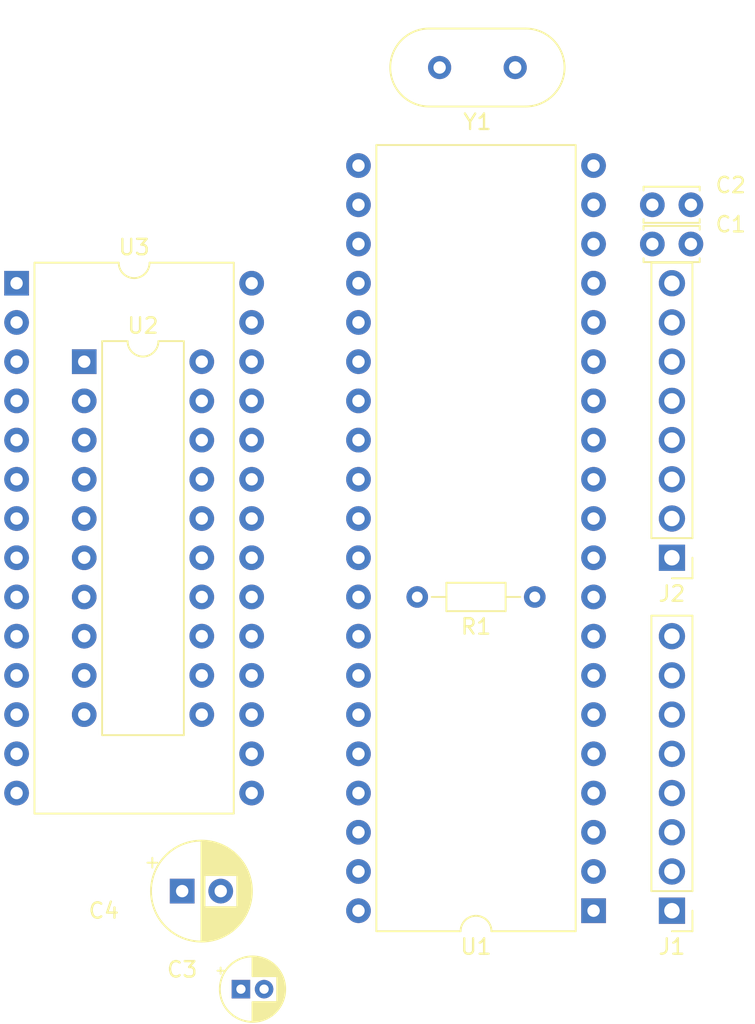
<source format=kicad_pcb>
(kicad_pcb (version 20171130) (host pcbnew "(5.0.1)-3")

  (general
    (thickness 1.6)
    (drawings 0)
    (tracks 0)
    (zones 0)
    (modules 11)
    (nets 50)
  )

  (page A4)
  (layers
    (0 F.Cu signal)
    (31 B.Cu signal)
    (32 B.Adhes user)
    (33 F.Adhes user)
    (34 B.Paste user)
    (35 F.Paste user)
    (36 B.SilkS user)
    (37 F.SilkS user)
    (38 B.Mask user)
    (39 F.Mask user)
    (40 Dwgs.User user)
    (41 Cmts.User user)
    (42 Eco1.User user)
    (43 Eco2.User user)
    (44 Edge.Cuts user)
    (45 Margin user)
    (46 B.CrtYd user)
    (47 F.CrtYd user)
    (48 B.Fab user)
    (49 F.Fab user)
  )

  (setup
    (last_trace_width 0.25)
    (trace_clearance 0.2)
    (zone_clearance 0.508)
    (zone_45_only no)
    (trace_min 0.2)
    (segment_width 0.2)
    (edge_width 0.15)
    (via_size 0.8)
    (via_drill 0.4)
    (via_min_size 0.4)
    (via_min_drill 0.3)
    (uvia_size 0.3)
    (uvia_drill 0.1)
    (uvias_allowed no)
    (uvia_min_size 0.2)
    (uvia_min_drill 0.1)
    (pcb_text_width 0.3)
    (pcb_text_size 1.5 1.5)
    (mod_edge_width 0.15)
    (mod_text_size 1 1)
    (mod_text_width 0.15)
    (pad_size 1.524 1.524)
    (pad_drill 0.762)
    (pad_to_mask_clearance 0.051)
    (solder_mask_min_width 0.25)
    (aux_axis_origin 0 0)
    (visible_elements FFFFFF7F)
    (pcbplotparams
      (layerselection 0x010fc_ffffffff)
      (usegerberextensions false)
      (usegerberattributes false)
      (usegerberadvancedattributes false)
      (creategerberjobfile false)
      (excludeedgelayer true)
      (linewidth 0.100000)
      (plotframeref false)
      (viasonmask false)
      (mode 1)
      (useauxorigin false)
      (hpglpennumber 1)
      (hpglpenspeed 20)
      (hpglpendiameter 15.000000)
      (psnegative false)
      (psa4output false)
      (plotreference true)
      (plotvalue true)
      (plotinvisibletext false)
      (padsonsilk false)
      (subtractmaskfromsilk false)
      (outputformat 1)
      (mirror false)
      (drillshape 1)
      (scaleselection 1)
      (outputdirectory ""))
  )

  (net 0 "")
  (net 1 "Net-(C1-Pad1)")
  (net 2 GND)
  (net 3 "Net-(C2-Pad1)")
  (net 4 VCC)
  (net 5 "Net-(C3-Pad2)")
  (net 6 "Net-(J1-Pad1)")
  (net 7 "Net-(J1-Pad2)")
  (net 8 "Net-(J1-Pad3)")
  (net 9 "Net-(J1-Pad4)")
  (net 10 "Net-(J1-Pad5)")
  (net 11 "Net-(J1-Pad6)")
  (net 12 "Net-(J1-Pad7)")
  (net 13 "Net-(J1-Pad8)")
  (net 14 "Net-(J2-Pad8)")
  (net 15 "Net-(J2-Pad7)")
  (net 16 "Net-(J2-Pad6)")
  (net 17 "Net-(J2-Pad5)")
  (net 18 "Net-(J2-Pad4)")
  (net 19 "Net-(J2-Pad3)")
  (net 20 "Net-(J2-Pad2)")
  (net 21 "Net-(J2-Pad1)")
  (net 22 A8)
  (net 23 A9)
  (net 24 A10)
  (net 25 A11)
  (net 26 A12)
  (net 27 A13)
  (net 28 "Net-(U1-Pad27)")
  (net 29 "Net-(U1-Pad28)")
  (net 30 PSEN)
  (net 31 ALE)
  (net 32 DB7)
  (net 33 DB6)
  (net 34 DB5)
  (net 35 DB4)
  (net 36 DB3)
  (net 37 DB2)
  (net 38 DB1)
  (net 39 DB0)
  (net 40 A6)
  (net 41 A7)
  (net 42 A3)
  (net 43 A1)
  (net 44 A2)
  (net 45 A4)
  (net 46 A0)
  (net 47 A5)
  (net 48 "Net-(U3-Pad1)")
  (net 49 "Net-(U3-Pad27)")

  (net_class Default 这是默认网络组.
    (clearance 0.2)
    (trace_width 0.25)
    (via_dia 0.8)
    (via_drill 0.4)
    (uvia_dia 0.3)
    (uvia_drill 0.1)
    (add_net A0)
    (add_net A1)
    (add_net A10)
    (add_net A11)
    (add_net A12)
    (add_net A13)
    (add_net A2)
    (add_net A3)
    (add_net A4)
    (add_net A5)
    (add_net A6)
    (add_net A7)
    (add_net A8)
    (add_net A9)
    (add_net ALE)
    (add_net DB0)
    (add_net DB1)
    (add_net DB2)
    (add_net DB3)
    (add_net DB4)
    (add_net DB5)
    (add_net DB6)
    (add_net DB7)
    (add_net GND)
    (add_net "Net-(C1-Pad1)")
    (add_net "Net-(C2-Pad1)")
    (add_net "Net-(C3-Pad2)")
    (add_net "Net-(J1-Pad1)")
    (add_net "Net-(J1-Pad2)")
    (add_net "Net-(J1-Pad3)")
    (add_net "Net-(J1-Pad4)")
    (add_net "Net-(J1-Pad5)")
    (add_net "Net-(J1-Pad6)")
    (add_net "Net-(J1-Pad7)")
    (add_net "Net-(J1-Pad8)")
    (add_net "Net-(J2-Pad1)")
    (add_net "Net-(J2-Pad2)")
    (add_net "Net-(J2-Pad3)")
    (add_net "Net-(J2-Pad4)")
    (add_net "Net-(J2-Pad5)")
    (add_net "Net-(J2-Pad6)")
    (add_net "Net-(J2-Pad7)")
    (add_net "Net-(J2-Pad8)")
    (add_net "Net-(U1-Pad27)")
    (add_net "Net-(U1-Pad28)")
    (add_net "Net-(U3-Pad1)")
    (add_net "Net-(U3-Pad27)")
    (add_net PSEN)
    (add_net VCC)
  )

  (module Capacitor_THT:C_Disc_D3.4mm_W2.1mm_P2.50mm (layer F.Cu) (tedit 62CD72C7) (tstamp 62D9E746)
    (at 180.34 62.23)
    (descr "C, Disc series, Radial, pin pitch=2.50mm, , diameter*width=3.4*2.1mm^2, Capacitor, http://www.vishay.com/docs/45233/krseries.pdf")
    (tags "C Disc series Radial pin pitch 2.50mm  diameter 3.4mm width 2.1mm Capacitor")
    (path /62CFB74C)
    (fp_text reference C1 (at 5.08 -1.27) (layer F.SilkS)
      (effects (font (size 1 1) (thickness 0.15)))
    )
    (fp_text value 30P (at 5.08 0) (layer F.Fab)
      (effects (font (size 1 1) (thickness 0.15)))
    )
    (fp_line (start -0.45 -1.05) (end -0.45 1.05) (layer F.Fab) (width 0.1))
    (fp_line (start -0.45 1.05) (end 2.95 1.05) (layer F.Fab) (width 0.1))
    (fp_line (start 2.95 1.05) (end 2.95 -1.05) (layer F.Fab) (width 0.1))
    (fp_line (start 2.95 -1.05) (end -0.45 -1.05) (layer F.Fab) (width 0.1))
    (fp_line (start -0.57 -1.17) (end 3.07 -1.17) (layer F.SilkS) (width 0.12))
    (fp_line (start -0.57 1.17) (end 3.07 1.17) (layer F.SilkS) (width 0.12))
    (fp_line (start -0.57 -1.17) (end -0.57 -0.925) (layer F.SilkS) (width 0.12))
    (fp_line (start -0.57 0.925) (end -0.57 1.17) (layer F.SilkS) (width 0.12))
    (fp_line (start 3.07 -1.17) (end 3.07 -0.925) (layer F.SilkS) (width 0.12))
    (fp_line (start 3.07 0.925) (end 3.07 1.17) (layer F.SilkS) (width 0.12))
    (fp_line (start -1.05 -1.3) (end -1.05 1.3) (layer F.CrtYd) (width 0.05))
    (fp_line (start -1.05 1.3) (end 3.55 1.3) (layer F.CrtYd) (width 0.05))
    (fp_line (start 3.55 1.3) (end 3.55 -1.3) (layer F.CrtYd) (width 0.05))
    (fp_line (start 3.55 -1.3) (end -1.05 -1.3) (layer F.CrtYd) (width 0.05))
    (fp_text user %R (at 1.25 0) (layer F.Fab) hide
      (effects (font (size 0.68 0.68) (thickness 0.102)))
    )
    (pad 1 thru_hole circle (at 0 0) (size 1.6 1.6) (drill 0.8) (layers *.Cu *.Mask)
      (net 1 "Net-(C1-Pad1)"))
    (pad 2 thru_hole circle (at 2.5 0) (size 1.6 1.6) (drill 0.8) (layers *.Cu *.Mask)
      (net 2 GND))
    (model ${KISYS3DMOD}/Capacitor_THT.3dshapes/C_Disc_D3.4mm_W2.1mm_P2.50mm.wrl
      (at (xyz 0 0 0))
      (scale (xyz 1 1 1))
      (rotate (xyz 0 0 0))
    )
  )

  (module Capacitor_THT:C_Disc_D3.4mm_W2.1mm_P2.50mm (layer F.Cu) (tedit 62CD72B4) (tstamp 62D9E75B)
    (at 180.34 59.69)
    (descr "C, Disc series, Radial, pin pitch=2.50mm, , diameter*width=3.4*2.1mm^2, Capacitor, http://www.vishay.com/docs/45233/krseries.pdf")
    (tags "C Disc series Radial pin pitch 2.50mm  diameter 3.4mm width 2.1mm Capacitor")
    (path /62CFB7BD)
    (fp_text reference C2 (at 5.08 -1.27) (layer F.SilkS)
      (effects (font (size 1 1) (thickness 0.15)))
    )
    (fp_text value 30P (at 5.08 0) (layer F.Fab)
      (effects (font (size 1 1) (thickness 0.15)))
    )
    (fp_text user %R (at 1.25 0) (layer F.Fab) hide
      (effects (font (size 0.68 0.68) (thickness 0.102)))
    )
    (fp_line (start 3.55 -1.3) (end -1.05 -1.3) (layer F.CrtYd) (width 0.05))
    (fp_line (start 3.55 1.3) (end 3.55 -1.3) (layer F.CrtYd) (width 0.05))
    (fp_line (start -1.05 1.3) (end 3.55 1.3) (layer F.CrtYd) (width 0.05))
    (fp_line (start -1.05 -1.3) (end -1.05 1.3) (layer F.CrtYd) (width 0.05))
    (fp_line (start 3.07 0.925) (end 3.07 1.17) (layer F.SilkS) (width 0.12))
    (fp_line (start 3.07 -1.17) (end 3.07 -0.925) (layer F.SilkS) (width 0.12))
    (fp_line (start -0.57 0.925) (end -0.57 1.17) (layer F.SilkS) (width 0.12))
    (fp_line (start -0.57 -1.17) (end -0.57 -0.925) (layer F.SilkS) (width 0.12))
    (fp_line (start -0.57 1.17) (end 3.07 1.17) (layer F.SilkS) (width 0.12))
    (fp_line (start -0.57 -1.17) (end 3.07 -1.17) (layer F.SilkS) (width 0.12))
    (fp_line (start 2.95 -1.05) (end -0.45 -1.05) (layer F.Fab) (width 0.1))
    (fp_line (start 2.95 1.05) (end 2.95 -1.05) (layer F.Fab) (width 0.1))
    (fp_line (start -0.45 1.05) (end 2.95 1.05) (layer F.Fab) (width 0.1))
    (fp_line (start -0.45 -1.05) (end -0.45 1.05) (layer F.Fab) (width 0.1))
    (pad 2 thru_hole circle (at 2.5 0) (size 1.6 1.6) (drill 0.8) (layers *.Cu *.Mask)
      (net 2 GND))
    (pad 1 thru_hole circle (at 0 0) (size 1.6 1.6) (drill 0.8) (layers *.Cu *.Mask)
      (net 3 "Net-(C2-Pad1)"))
    (model ${KISYS3DMOD}/Capacitor_THT.3dshapes/C_Disc_D3.4mm_W2.1mm_P2.50mm.wrl
      (at (xyz 0 0 0))
      (scale (xyz 1 1 1))
      (rotate (xyz 0 0 0))
    )
  )

  (module Capacitor_THT:CP_Radial_D4.0mm_P1.50mm (layer F.Cu) (tedit 5AE50EF0) (tstamp 62D9FBC1)
    (at 153.67 110.49)
    (descr "CP, Radial series, Radial, pin pitch=1.50mm, , diameter=4mm, Electrolytic Capacitor")
    (tags "CP Radial series Radial pin pitch 1.50mm  diameter 4mm Electrolytic Capacitor")
    (path /62D1A95E)
    (fp_text reference C3 (at -3.81 -1.27) (layer F.SilkS)
      (effects (font (size 1 1) (thickness 0.15)))
    )
    (fp_text value 10U (at -3.81 1.27) (layer F.Fab)
      (effects (font (size 1 1) (thickness 0.15)))
    )
    (fp_circle (center 0.75 0) (end 2.75 0) (layer F.Fab) (width 0.1))
    (fp_circle (center 0.75 0) (end 2.87 0) (layer F.SilkS) (width 0.12))
    (fp_circle (center 0.75 0) (end 3 0) (layer F.CrtYd) (width 0.05))
    (fp_line (start -0.952554 -0.8675) (end -0.552554 -0.8675) (layer F.Fab) (width 0.1))
    (fp_line (start -0.752554 -1.0675) (end -0.752554 -0.6675) (layer F.Fab) (width 0.1))
    (fp_line (start 0.75 0.84) (end 0.75 2.08) (layer F.SilkS) (width 0.12))
    (fp_line (start 0.75 -2.08) (end 0.75 -0.84) (layer F.SilkS) (width 0.12))
    (fp_line (start 0.79 0.84) (end 0.79 2.08) (layer F.SilkS) (width 0.12))
    (fp_line (start 0.79 -2.08) (end 0.79 -0.84) (layer F.SilkS) (width 0.12))
    (fp_line (start 0.83 0.84) (end 0.83 2.079) (layer F.SilkS) (width 0.12))
    (fp_line (start 0.83 -2.079) (end 0.83 -0.84) (layer F.SilkS) (width 0.12))
    (fp_line (start 0.87 -2.077) (end 0.87 -0.84) (layer F.SilkS) (width 0.12))
    (fp_line (start 0.87 0.84) (end 0.87 2.077) (layer F.SilkS) (width 0.12))
    (fp_line (start 0.91 -2.074) (end 0.91 -0.84) (layer F.SilkS) (width 0.12))
    (fp_line (start 0.91 0.84) (end 0.91 2.074) (layer F.SilkS) (width 0.12))
    (fp_line (start 0.95 -2.071) (end 0.95 -0.84) (layer F.SilkS) (width 0.12))
    (fp_line (start 0.95 0.84) (end 0.95 2.071) (layer F.SilkS) (width 0.12))
    (fp_line (start 0.99 -2.067) (end 0.99 -0.84) (layer F.SilkS) (width 0.12))
    (fp_line (start 0.99 0.84) (end 0.99 2.067) (layer F.SilkS) (width 0.12))
    (fp_line (start 1.03 -2.062) (end 1.03 -0.84) (layer F.SilkS) (width 0.12))
    (fp_line (start 1.03 0.84) (end 1.03 2.062) (layer F.SilkS) (width 0.12))
    (fp_line (start 1.07 -2.056) (end 1.07 -0.84) (layer F.SilkS) (width 0.12))
    (fp_line (start 1.07 0.84) (end 1.07 2.056) (layer F.SilkS) (width 0.12))
    (fp_line (start 1.11 -2.05) (end 1.11 -0.84) (layer F.SilkS) (width 0.12))
    (fp_line (start 1.11 0.84) (end 1.11 2.05) (layer F.SilkS) (width 0.12))
    (fp_line (start 1.15 -2.042) (end 1.15 -0.84) (layer F.SilkS) (width 0.12))
    (fp_line (start 1.15 0.84) (end 1.15 2.042) (layer F.SilkS) (width 0.12))
    (fp_line (start 1.19 -2.034) (end 1.19 -0.84) (layer F.SilkS) (width 0.12))
    (fp_line (start 1.19 0.84) (end 1.19 2.034) (layer F.SilkS) (width 0.12))
    (fp_line (start 1.23 -2.025) (end 1.23 -0.84) (layer F.SilkS) (width 0.12))
    (fp_line (start 1.23 0.84) (end 1.23 2.025) (layer F.SilkS) (width 0.12))
    (fp_line (start 1.27 -2.016) (end 1.27 -0.84) (layer F.SilkS) (width 0.12))
    (fp_line (start 1.27 0.84) (end 1.27 2.016) (layer F.SilkS) (width 0.12))
    (fp_line (start 1.31 -2.005) (end 1.31 -0.84) (layer F.SilkS) (width 0.12))
    (fp_line (start 1.31 0.84) (end 1.31 2.005) (layer F.SilkS) (width 0.12))
    (fp_line (start 1.35 -1.994) (end 1.35 -0.84) (layer F.SilkS) (width 0.12))
    (fp_line (start 1.35 0.84) (end 1.35 1.994) (layer F.SilkS) (width 0.12))
    (fp_line (start 1.39 -1.982) (end 1.39 -0.84) (layer F.SilkS) (width 0.12))
    (fp_line (start 1.39 0.84) (end 1.39 1.982) (layer F.SilkS) (width 0.12))
    (fp_line (start 1.43 -1.968) (end 1.43 -0.84) (layer F.SilkS) (width 0.12))
    (fp_line (start 1.43 0.84) (end 1.43 1.968) (layer F.SilkS) (width 0.12))
    (fp_line (start 1.471 -1.954) (end 1.471 -0.84) (layer F.SilkS) (width 0.12))
    (fp_line (start 1.471 0.84) (end 1.471 1.954) (layer F.SilkS) (width 0.12))
    (fp_line (start 1.511 -1.94) (end 1.511 -0.84) (layer F.SilkS) (width 0.12))
    (fp_line (start 1.511 0.84) (end 1.511 1.94) (layer F.SilkS) (width 0.12))
    (fp_line (start 1.551 -1.924) (end 1.551 -0.84) (layer F.SilkS) (width 0.12))
    (fp_line (start 1.551 0.84) (end 1.551 1.924) (layer F.SilkS) (width 0.12))
    (fp_line (start 1.591 -1.907) (end 1.591 -0.84) (layer F.SilkS) (width 0.12))
    (fp_line (start 1.591 0.84) (end 1.591 1.907) (layer F.SilkS) (width 0.12))
    (fp_line (start 1.631 -1.889) (end 1.631 -0.84) (layer F.SilkS) (width 0.12))
    (fp_line (start 1.631 0.84) (end 1.631 1.889) (layer F.SilkS) (width 0.12))
    (fp_line (start 1.671 -1.87) (end 1.671 -0.84) (layer F.SilkS) (width 0.12))
    (fp_line (start 1.671 0.84) (end 1.671 1.87) (layer F.SilkS) (width 0.12))
    (fp_line (start 1.711 -1.851) (end 1.711 -0.84) (layer F.SilkS) (width 0.12))
    (fp_line (start 1.711 0.84) (end 1.711 1.851) (layer F.SilkS) (width 0.12))
    (fp_line (start 1.751 -1.83) (end 1.751 -0.84) (layer F.SilkS) (width 0.12))
    (fp_line (start 1.751 0.84) (end 1.751 1.83) (layer F.SilkS) (width 0.12))
    (fp_line (start 1.791 -1.808) (end 1.791 -0.84) (layer F.SilkS) (width 0.12))
    (fp_line (start 1.791 0.84) (end 1.791 1.808) (layer F.SilkS) (width 0.12))
    (fp_line (start 1.831 -1.785) (end 1.831 -0.84) (layer F.SilkS) (width 0.12))
    (fp_line (start 1.831 0.84) (end 1.831 1.785) (layer F.SilkS) (width 0.12))
    (fp_line (start 1.871 -1.76) (end 1.871 -0.84) (layer F.SilkS) (width 0.12))
    (fp_line (start 1.871 0.84) (end 1.871 1.76) (layer F.SilkS) (width 0.12))
    (fp_line (start 1.911 -1.735) (end 1.911 -0.84) (layer F.SilkS) (width 0.12))
    (fp_line (start 1.911 0.84) (end 1.911 1.735) (layer F.SilkS) (width 0.12))
    (fp_line (start 1.951 -1.708) (end 1.951 -0.84) (layer F.SilkS) (width 0.12))
    (fp_line (start 1.951 0.84) (end 1.951 1.708) (layer F.SilkS) (width 0.12))
    (fp_line (start 1.991 -1.68) (end 1.991 -0.84) (layer F.SilkS) (width 0.12))
    (fp_line (start 1.991 0.84) (end 1.991 1.68) (layer F.SilkS) (width 0.12))
    (fp_line (start 2.031 -1.65) (end 2.031 -0.84) (layer F.SilkS) (width 0.12))
    (fp_line (start 2.031 0.84) (end 2.031 1.65) (layer F.SilkS) (width 0.12))
    (fp_line (start 2.071 -1.619) (end 2.071 -0.84) (layer F.SilkS) (width 0.12))
    (fp_line (start 2.071 0.84) (end 2.071 1.619) (layer F.SilkS) (width 0.12))
    (fp_line (start 2.111 -1.587) (end 2.111 -0.84) (layer F.SilkS) (width 0.12))
    (fp_line (start 2.111 0.84) (end 2.111 1.587) (layer F.SilkS) (width 0.12))
    (fp_line (start 2.151 -1.552) (end 2.151 -0.84) (layer F.SilkS) (width 0.12))
    (fp_line (start 2.151 0.84) (end 2.151 1.552) (layer F.SilkS) (width 0.12))
    (fp_line (start 2.191 -1.516) (end 2.191 -0.84) (layer F.SilkS) (width 0.12))
    (fp_line (start 2.191 0.84) (end 2.191 1.516) (layer F.SilkS) (width 0.12))
    (fp_line (start 2.231 -1.478) (end 2.231 -0.84) (layer F.SilkS) (width 0.12))
    (fp_line (start 2.231 0.84) (end 2.231 1.478) (layer F.SilkS) (width 0.12))
    (fp_line (start 2.271 -1.438) (end 2.271 -0.84) (layer F.SilkS) (width 0.12))
    (fp_line (start 2.271 0.84) (end 2.271 1.438) (layer F.SilkS) (width 0.12))
    (fp_line (start 2.311 -1.396) (end 2.311 -0.84) (layer F.SilkS) (width 0.12))
    (fp_line (start 2.311 0.84) (end 2.311 1.396) (layer F.SilkS) (width 0.12))
    (fp_line (start 2.351 -1.351) (end 2.351 1.351) (layer F.SilkS) (width 0.12))
    (fp_line (start 2.391 -1.304) (end 2.391 1.304) (layer F.SilkS) (width 0.12))
    (fp_line (start 2.431 -1.254) (end 2.431 1.254) (layer F.SilkS) (width 0.12))
    (fp_line (start 2.471 -1.2) (end 2.471 1.2) (layer F.SilkS) (width 0.12))
    (fp_line (start 2.511 -1.142) (end 2.511 1.142) (layer F.SilkS) (width 0.12))
    (fp_line (start 2.551 -1.08) (end 2.551 1.08) (layer F.SilkS) (width 0.12))
    (fp_line (start 2.591 -1.013) (end 2.591 1.013) (layer F.SilkS) (width 0.12))
    (fp_line (start 2.631 -0.94) (end 2.631 0.94) (layer F.SilkS) (width 0.12))
    (fp_line (start 2.671 -0.859) (end 2.671 0.859) (layer F.SilkS) (width 0.12))
    (fp_line (start 2.711 -0.768) (end 2.711 0.768) (layer F.SilkS) (width 0.12))
    (fp_line (start 2.751 -0.664) (end 2.751 0.664) (layer F.SilkS) (width 0.12))
    (fp_line (start 2.791 -0.537) (end 2.791 0.537) (layer F.SilkS) (width 0.12))
    (fp_line (start 2.831 -0.37) (end 2.831 0.37) (layer F.SilkS) (width 0.12))
    (fp_line (start -1.519801 -1.195) (end -1.119801 -1.195) (layer F.SilkS) (width 0.12))
    (fp_line (start -1.319801 -1.395) (end -1.319801 -0.995) (layer F.SilkS) (width 0.12))
    (fp_text user %R (at 0.75 0) (layer F.Fab)
      (effects (font (size 0.8 0.8) (thickness 0.12)))
    )
    (pad 1 thru_hole rect (at 0 0) (size 1.2 1.2) (drill 0.6) (layers *.Cu *.Mask)
      (net 4 VCC))
    (pad 2 thru_hole circle (at 1.5 0) (size 1.2 1.2) (drill 0.6) (layers *.Cu *.Mask)
      (net 5 "Net-(C3-Pad2)"))
    (model ${KISYS3DMOD}/Capacitor_THT.3dshapes/CP_Radial_D4.0mm_P1.50mm.wrl
      (at (xyz 0 0 0))
      (scale (xyz 1 1 1))
      (rotate (xyz 0 0 0))
    )
  )

  (module Capacitor_THT:CP_Radial_D6.3mm_P2.50mm (layer F.Cu) (tedit 5AE50EF0) (tstamp 62D9E85A)
    (at 149.86 104.14)
    (descr "CP, Radial series, Radial, pin pitch=2.50mm, , diameter=6.3mm, Electrolytic Capacitor")
    (tags "CP Radial series Radial pin pitch 2.50mm  diameter 6.3mm Electrolytic Capacitor")
    (path /62D25DD0)
    (fp_text reference C4 (at -5.08 1.27) (layer F.SilkS)
      (effects (font (size 1 1) (thickness 0.15)))
    )
    (fp_text value 100U (at -5.08 0) (layer F.Fab)
      (effects (font (size 1 1) (thickness 0.15)))
    )
    (fp_circle (center 1.25 0) (end 4.4 0) (layer F.Fab) (width 0.1))
    (fp_circle (center 1.25 0) (end 4.52 0) (layer F.SilkS) (width 0.12))
    (fp_circle (center 1.25 0) (end 4.65 0) (layer F.CrtYd) (width 0.05))
    (fp_line (start -1.443972 -1.3735) (end -0.813972 -1.3735) (layer F.Fab) (width 0.1))
    (fp_line (start -1.128972 -1.6885) (end -1.128972 -1.0585) (layer F.Fab) (width 0.1))
    (fp_line (start 1.25 -3.23) (end 1.25 3.23) (layer F.SilkS) (width 0.12))
    (fp_line (start 1.29 -3.23) (end 1.29 3.23) (layer F.SilkS) (width 0.12))
    (fp_line (start 1.33 -3.23) (end 1.33 3.23) (layer F.SilkS) (width 0.12))
    (fp_line (start 1.37 -3.228) (end 1.37 3.228) (layer F.SilkS) (width 0.12))
    (fp_line (start 1.41 -3.227) (end 1.41 3.227) (layer F.SilkS) (width 0.12))
    (fp_line (start 1.45 -3.224) (end 1.45 3.224) (layer F.SilkS) (width 0.12))
    (fp_line (start 1.49 -3.222) (end 1.49 -1.04) (layer F.SilkS) (width 0.12))
    (fp_line (start 1.49 1.04) (end 1.49 3.222) (layer F.SilkS) (width 0.12))
    (fp_line (start 1.53 -3.218) (end 1.53 -1.04) (layer F.SilkS) (width 0.12))
    (fp_line (start 1.53 1.04) (end 1.53 3.218) (layer F.SilkS) (width 0.12))
    (fp_line (start 1.57 -3.215) (end 1.57 -1.04) (layer F.SilkS) (width 0.12))
    (fp_line (start 1.57 1.04) (end 1.57 3.215) (layer F.SilkS) (width 0.12))
    (fp_line (start 1.61 -3.211) (end 1.61 -1.04) (layer F.SilkS) (width 0.12))
    (fp_line (start 1.61 1.04) (end 1.61 3.211) (layer F.SilkS) (width 0.12))
    (fp_line (start 1.65 -3.206) (end 1.65 -1.04) (layer F.SilkS) (width 0.12))
    (fp_line (start 1.65 1.04) (end 1.65 3.206) (layer F.SilkS) (width 0.12))
    (fp_line (start 1.69 -3.201) (end 1.69 -1.04) (layer F.SilkS) (width 0.12))
    (fp_line (start 1.69 1.04) (end 1.69 3.201) (layer F.SilkS) (width 0.12))
    (fp_line (start 1.73 -3.195) (end 1.73 -1.04) (layer F.SilkS) (width 0.12))
    (fp_line (start 1.73 1.04) (end 1.73 3.195) (layer F.SilkS) (width 0.12))
    (fp_line (start 1.77 -3.189) (end 1.77 -1.04) (layer F.SilkS) (width 0.12))
    (fp_line (start 1.77 1.04) (end 1.77 3.189) (layer F.SilkS) (width 0.12))
    (fp_line (start 1.81 -3.182) (end 1.81 -1.04) (layer F.SilkS) (width 0.12))
    (fp_line (start 1.81 1.04) (end 1.81 3.182) (layer F.SilkS) (width 0.12))
    (fp_line (start 1.85 -3.175) (end 1.85 -1.04) (layer F.SilkS) (width 0.12))
    (fp_line (start 1.85 1.04) (end 1.85 3.175) (layer F.SilkS) (width 0.12))
    (fp_line (start 1.89 -3.167) (end 1.89 -1.04) (layer F.SilkS) (width 0.12))
    (fp_line (start 1.89 1.04) (end 1.89 3.167) (layer F.SilkS) (width 0.12))
    (fp_line (start 1.93 -3.159) (end 1.93 -1.04) (layer F.SilkS) (width 0.12))
    (fp_line (start 1.93 1.04) (end 1.93 3.159) (layer F.SilkS) (width 0.12))
    (fp_line (start 1.971 -3.15) (end 1.971 -1.04) (layer F.SilkS) (width 0.12))
    (fp_line (start 1.971 1.04) (end 1.971 3.15) (layer F.SilkS) (width 0.12))
    (fp_line (start 2.011 -3.141) (end 2.011 -1.04) (layer F.SilkS) (width 0.12))
    (fp_line (start 2.011 1.04) (end 2.011 3.141) (layer F.SilkS) (width 0.12))
    (fp_line (start 2.051 -3.131) (end 2.051 -1.04) (layer F.SilkS) (width 0.12))
    (fp_line (start 2.051 1.04) (end 2.051 3.131) (layer F.SilkS) (width 0.12))
    (fp_line (start 2.091 -3.121) (end 2.091 -1.04) (layer F.SilkS) (width 0.12))
    (fp_line (start 2.091 1.04) (end 2.091 3.121) (layer F.SilkS) (width 0.12))
    (fp_line (start 2.131 -3.11) (end 2.131 -1.04) (layer F.SilkS) (width 0.12))
    (fp_line (start 2.131 1.04) (end 2.131 3.11) (layer F.SilkS) (width 0.12))
    (fp_line (start 2.171 -3.098) (end 2.171 -1.04) (layer F.SilkS) (width 0.12))
    (fp_line (start 2.171 1.04) (end 2.171 3.098) (layer F.SilkS) (width 0.12))
    (fp_line (start 2.211 -3.086) (end 2.211 -1.04) (layer F.SilkS) (width 0.12))
    (fp_line (start 2.211 1.04) (end 2.211 3.086) (layer F.SilkS) (width 0.12))
    (fp_line (start 2.251 -3.074) (end 2.251 -1.04) (layer F.SilkS) (width 0.12))
    (fp_line (start 2.251 1.04) (end 2.251 3.074) (layer F.SilkS) (width 0.12))
    (fp_line (start 2.291 -3.061) (end 2.291 -1.04) (layer F.SilkS) (width 0.12))
    (fp_line (start 2.291 1.04) (end 2.291 3.061) (layer F.SilkS) (width 0.12))
    (fp_line (start 2.331 -3.047) (end 2.331 -1.04) (layer F.SilkS) (width 0.12))
    (fp_line (start 2.331 1.04) (end 2.331 3.047) (layer F.SilkS) (width 0.12))
    (fp_line (start 2.371 -3.033) (end 2.371 -1.04) (layer F.SilkS) (width 0.12))
    (fp_line (start 2.371 1.04) (end 2.371 3.033) (layer F.SilkS) (width 0.12))
    (fp_line (start 2.411 -3.018) (end 2.411 -1.04) (layer F.SilkS) (width 0.12))
    (fp_line (start 2.411 1.04) (end 2.411 3.018) (layer F.SilkS) (width 0.12))
    (fp_line (start 2.451 -3.002) (end 2.451 -1.04) (layer F.SilkS) (width 0.12))
    (fp_line (start 2.451 1.04) (end 2.451 3.002) (layer F.SilkS) (width 0.12))
    (fp_line (start 2.491 -2.986) (end 2.491 -1.04) (layer F.SilkS) (width 0.12))
    (fp_line (start 2.491 1.04) (end 2.491 2.986) (layer F.SilkS) (width 0.12))
    (fp_line (start 2.531 -2.97) (end 2.531 -1.04) (layer F.SilkS) (width 0.12))
    (fp_line (start 2.531 1.04) (end 2.531 2.97) (layer F.SilkS) (width 0.12))
    (fp_line (start 2.571 -2.952) (end 2.571 -1.04) (layer F.SilkS) (width 0.12))
    (fp_line (start 2.571 1.04) (end 2.571 2.952) (layer F.SilkS) (width 0.12))
    (fp_line (start 2.611 -2.934) (end 2.611 -1.04) (layer F.SilkS) (width 0.12))
    (fp_line (start 2.611 1.04) (end 2.611 2.934) (layer F.SilkS) (width 0.12))
    (fp_line (start 2.651 -2.916) (end 2.651 -1.04) (layer F.SilkS) (width 0.12))
    (fp_line (start 2.651 1.04) (end 2.651 2.916) (layer F.SilkS) (width 0.12))
    (fp_line (start 2.691 -2.896) (end 2.691 -1.04) (layer F.SilkS) (width 0.12))
    (fp_line (start 2.691 1.04) (end 2.691 2.896) (layer F.SilkS) (width 0.12))
    (fp_line (start 2.731 -2.876) (end 2.731 -1.04) (layer F.SilkS) (width 0.12))
    (fp_line (start 2.731 1.04) (end 2.731 2.876) (layer F.SilkS) (width 0.12))
    (fp_line (start 2.771 -2.856) (end 2.771 -1.04) (layer F.SilkS) (width 0.12))
    (fp_line (start 2.771 1.04) (end 2.771 2.856) (layer F.SilkS) (width 0.12))
    (fp_line (start 2.811 -2.834) (end 2.811 -1.04) (layer F.SilkS) (width 0.12))
    (fp_line (start 2.811 1.04) (end 2.811 2.834) (layer F.SilkS) (width 0.12))
    (fp_line (start 2.851 -2.812) (end 2.851 -1.04) (layer F.SilkS) (width 0.12))
    (fp_line (start 2.851 1.04) (end 2.851 2.812) (layer F.SilkS) (width 0.12))
    (fp_line (start 2.891 -2.79) (end 2.891 -1.04) (layer F.SilkS) (width 0.12))
    (fp_line (start 2.891 1.04) (end 2.891 2.79) (layer F.SilkS) (width 0.12))
    (fp_line (start 2.931 -2.766) (end 2.931 -1.04) (layer F.SilkS) (width 0.12))
    (fp_line (start 2.931 1.04) (end 2.931 2.766) (layer F.SilkS) (width 0.12))
    (fp_line (start 2.971 -2.742) (end 2.971 -1.04) (layer F.SilkS) (width 0.12))
    (fp_line (start 2.971 1.04) (end 2.971 2.742) (layer F.SilkS) (width 0.12))
    (fp_line (start 3.011 -2.716) (end 3.011 -1.04) (layer F.SilkS) (width 0.12))
    (fp_line (start 3.011 1.04) (end 3.011 2.716) (layer F.SilkS) (width 0.12))
    (fp_line (start 3.051 -2.69) (end 3.051 -1.04) (layer F.SilkS) (width 0.12))
    (fp_line (start 3.051 1.04) (end 3.051 2.69) (layer F.SilkS) (width 0.12))
    (fp_line (start 3.091 -2.664) (end 3.091 -1.04) (layer F.SilkS) (width 0.12))
    (fp_line (start 3.091 1.04) (end 3.091 2.664) (layer F.SilkS) (width 0.12))
    (fp_line (start 3.131 -2.636) (end 3.131 -1.04) (layer F.SilkS) (width 0.12))
    (fp_line (start 3.131 1.04) (end 3.131 2.636) (layer F.SilkS) (width 0.12))
    (fp_line (start 3.171 -2.607) (end 3.171 -1.04) (layer F.SilkS) (width 0.12))
    (fp_line (start 3.171 1.04) (end 3.171 2.607) (layer F.SilkS) (width 0.12))
    (fp_line (start 3.211 -2.578) (end 3.211 -1.04) (layer F.SilkS) (width 0.12))
    (fp_line (start 3.211 1.04) (end 3.211 2.578) (layer F.SilkS) (width 0.12))
    (fp_line (start 3.251 -2.548) (end 3.251 -1.04) (layer F.SilkS) (width 0.12))
    (fp_line (start 3.251 1.04) (end 3.251 2.548) (layer F.SilkS) (width 0.12))
    (fp_line (start 3.291 -2.516) (end 3.291 -1.04) (layer F.SilkS) (width 0.12))
    (fp_line (start 3.291 1.04) (end 3.291 2.516) (layer F.SilkS) (width 0.12))
    (fp_line (start 3.331 -2.484) (end 3.331 -1.04) (layer F.SilkS) (width 0.12))
    (fp_line (start 3.331 1.04) (end 3.331 2.484) (layer F.SilkS) (width 0.12))
    (fp_line (start 3.371 -2.45) (end 3.371 -1.04) (layer F.SilkS) (width 0.12))
    (fp_line (start 3.371 1.04) (end 3.371 2.45) (layer F.SilkS) (width 0.12))
    (fp_line (start 3.411 -2.416) (end 3.411 -1.04) (layer F.SilkS) (width 0.12))
    (fp_line (start 3.411 1.04) (end 3.411 2.416) (layer F.SilkS) (width 0.12))
    (fp_line (start 3.451 -2.38) (end 3.451 -1.04) (layer F.SilkS) (width 0.12))
    (fp_line (start 3.451 1.04) (end 3.451 2.38) (layer F.SilkS) (width 0.12))
    (fp_line (start 3.491 -2.343) (end 3.491 -1.04) (layer F.SilkS) (width 0.12))
    (fp_line (start 3.491 1.04) (end 3.491 2.343) (layer F.SilkS) (width 0.12))
    (fp_line (start 3.531 -2.305) (end 3.531 -1.04) (layer F.SilkS) (width 0.12))
    (fp_line (start 3.531 1.04) (end 3.531 2.305) (layer F.SilkS) (width 0.12))
    (fp_line (start 3.571 -2.265) (end 3.571 2.265) (layer F.SilkS) (width 0.12))
    (fp_line (start 3.611 -2.224) (end 3.611 2.224) (layer F.SilkS) (width 0.12))
    (fp_line (start 3.651 -2.182) (end 3.651 2.182) (layer F.SilkS) (width 0.12))
    (fp_line (start 3.691 -2.137) (end 3.691 2.137) (layer F.SilkS) (width 0.12))
    (fp_line (start 3.731 -2.092) (end 3.731 2.092) (layer F.SilkS) (width 0.12))
    (fp_line (start 3.771 -2.044) (end 3.771 2.044) (layer F.SilkS) (width 0.12))
    (fp_line (start 3.811 -1.995) (end 3.811 1.995) (layer F.SilkS) (width 0.12))
    (fp_line (start 3.851 -1.944) (end 3.851 1.944) (layer F.SilkS) (width 0.12))
    (fp_line (start 3.891 -1.89) (end 3.891 1.89) (layer F.SilkS) (width 0.12))
    (fp_line (start 3.931 -1.834) (end 3.931 1.834) (layer F.SilkS) (width 0.12))
    (fp_line (start 3.971 -1.776) (end 3.971 1.776) (layer F.SilkS) (width 0.12))
    (fp_line (start 4.011 -1.714) (end 4.011 1.714) (layer F.SilkS) (width 0.12))
    (fp_line (start 4.051 -1.65) (end 4.051 1.65) (layer F.SilkS) (width 0.12))
    (fp_line (start 4.091 -1.581) (end 4.091 1.581) (layer F.SilkS) (width 0.12))
    (fp_line (start 4.131 -1.509) (end 4.131 1.509) (layer F.SilkS) (width 0.12))
    (fp_line (start 4.171 -1.432) (end 4.171 1.432) (layer F.SilkS) (width 0.12))
    (fp_line (start 4.211 -1.35) (end 4.211 1.35) (layer F.SilkS) (width 0.12))
    (fp_line (start 4.251 -1.262) (end 4.251 1.262) (layer F.SilkS) (width 0.12))
    (fp_line (start 4.291 -1.165) (end 4.291 1.165) (layer F.SilkS) (width 0.12))
    (fp_line (start 4.331 -1.059) (end 4.331 1.059) (layer F.SilkS) (width 0.12))
    (fp_line (start 4.371 -0.94) (end 4.371 0.94) (layer F.SilkS) (width 0.12))
    (fp_line (start 4.411 -0.802) (end 4.411 0.802) (layer F.SilkS) (width 0.12))
    (fp_line (start 4.451 -0.633) (end 4.451 0.633) (layer F.SilkS) (width 0.12))
    (fp_line (start 4.491 -0.402) (end 4.491 0.402) (layer F.SilkS) (width 0.12))
    (fp_line (start -2.250241 -1.839) (end -1.620241 -1.839) (layer F.SilkS) (width 0.12))
    (fp_line (start -1.935241 -2.154) (end -1.935241 -1.524) (layer F.SilkS) (width 0.12))
    (fp_text user %R (at 1.25 0) (layer F.Fab)
      (effects (font (size 1 1) (thickness 0.15)))
    )
    (pad 1 thru_hole rect (at 0 0) (size 1.6 1.6) (drill 0.8) (layers *.Cu *.Mask)
      (net 4 VCC))
    (pad 2 thru_hole circle (at 2.5 0) (size 1.6 1.6) (drill 0.8) (layers *.Cu *.Mask)
      (net 2 GND))
    (model ${KISYS3DMOD}/Capacitor_THT.3dshapes/CP_Radial_D6.3mm_P2.50mm.wrl
      (at (xyz 0 0 0))
      (scale (xyz 1 1 1))
      (rotate (xyz 0 0 0))
    )
  )

  (module Connector_PinHeader_2.54mm:PinHeader_1x08_P2.54mm_Vertical (layer F.Cu) (tedit 62CD725A) (tstamp 62D9E876)
    (at 181.61 105.41 180)
    (descr "Through hole straight pin header, 1x08, 2.54mm pitch, single row")
    (tags "Through hole pin header THT 1x08 2.54mm single row")
    (path /62CD71C7)
    (fp_text reference J1 (at 0 -2.33 180) (layer F.SilkS)
      (effects (font (size 1 1) (thickness 0.15)))
    )
    (fp_text value Conn_01x08_Male (at 0 20.11 180) (layer F.Fab) hide
      (effects (font (size 1 1) (thickness 0.15)))
    )
    (fp_line (start -0.635 -1.27) (end 1.27 -1.27) (layer F.Fab) (width 0.1))
    (fp_line (start 1.27 -1.27) (end 1.27 19.05) (layer F.Fab) (width 0.1))
    (fp_line (start 1.27 19.05) (end -1.27 19.05) (layer F.Fab) (width 0.1))
    (fp_line (start -1.27 19.05) (end -1.27 -0.635) (layer F.Fab) (width 0.1))
    (fp_line (start -1.27 -0.635) (end -0.635 -1.27) (layer F.Fab) (width 0.1))
    (fp_line (start -1.33 19.11) (end 1.33 19.11) (layer F.SilkS) (width 0.12))
    (fp_line (start -1.33 1.27) (end -1.33 19.11) (layer F.SilkS) (width 0.12))
    (fp_line (start 1.33 1.27) (end 1.33 19.11) (layer F.SilkS) (width 0.12))
    (fp_line (start -1.33 1.27) (end 1.33 1.27) (layer F.SilkS) (width 0.12))
    (fp_line (start -1.33 0) (end -1.33 -1.33) (layer F.SilkS) (width 0.12))
    (fp_line (start -1.33 -1.33) (end 0 -1.33) (layer F.SilkS) (width 0.12))
    (fp_line (start -1.8 -1.8) (end -1.8 19.55) (layer F.CrtYd) (width 0.05))
    (fp_line (start -1.8 19.55) (end 1.8 19.55) (layer F.CrtYd) (width 0.05))
    (fp_line (start 1.8 19.55) (end 1.8 -1.8) (layer F.CrtYd) (width 0.05))
    (fp_line (start 1.8 -1.8) (end -1.8 -1.8) (layer F.CrtYd) (width 0.05))
    (fp_text user %R (at 0 8.89 270) (layer F.Fab)
      (effects (font (size 1 1) (thickness 0.15)))
    )
    (pad 1 thru_hole rect (at 0 0 180) (size 1.7 1.7) (drill 1) (layers *.Cu *.Mask)
      (net 6 "Net-(J1-Pad1)"))
    (pad 2 thru_hole oval (at 0 2.54 180) (size 1.7 1.7) (drill 1) (layers *.Cu *.Mask)
      (net 7 "Net-(J1-Pad2)"))
    (pad 3 thru_hole oval (at 0 5.08 180) (size 1.7 1.7) (drill 1) (layers *.Cu *.Mask)
      (net 8 "Net-(J1-Pad3)"))
    (pad 4 thru_hole oval (at 0 7.62 180) (size 1.7 1.7) (drill 1) (layers *.Cu *.Mask)
      (net 9 "Net-(J1-Pad4)"))
    (pad 5 thru_hole oval (at 0 10.16 180) (size 1.7 1.7) (drill 1) (layers *.Cu *.Mask)
      (net 10 "Net-(J1-Pad5)"))
    (pad 6 thru_hole oval (at 0 12.7 180) (size 1.7 1.7) (drill 1) (layers *.Cu *.Mask)
      (net 11 "Net-(J1-Pad6)"))
    (pad 7 thru_hole oval (at 0 15.24 180) (size 1.7 1.7) (drill 1) (layers *.Cu *.Mask)
      (net 12 "Net-(J1-Pad7)"))
    (pad 8 thru_hole oval (at 0 17.78 180) (size 1.7 1.7) (drill 1) (layers *.Cu *.Mask)
      (net 13 "Net-(J1-Pad8)"))
    (model ${KISYS3DMOD}/Connector_PinHeader_2.54mm.3dshapes/PinHeader_1x08_P2.54mm_Vertical.wrl
      (at (xyz 0 0 0))
      (scale (xyz 1 1 1))
      (rotate (xyz 0 0 0))
    )
  )

  (module Connector_PinHeader_2.54mm:PinHeader_1x08_P2.54mm_Vertical (layer F.Cu) (tedit 62CD7266) (tstamp 62D9E892)
    (at 181.61 82.55 180)
    (descr "Through hole straight pin header, 1x08, 2.54mm pitch, single row")
    (tags "Through hole pin header THT 1x08 2.54mm single row")
    (path /62CD7254)
    (fp_text reference J2 (at 0 -2.33 180) (layer F.SilkS)
      (effects (font (size 1 1) (thickness 0.15)))
    )
    (fp_text value Conn_01x08_Male (at 0 20.11 180) (layer F.Fab) hide
      (effects (font (size 1 1) (thickness 0.15)))
    )
    (fp_text user %R (at 0 8.89 270) (layer F.Fab)
      (effects (font (size 1 1) (thickness 0.15)))
    )
    (fp_line (start 1.8 -1.8) (end -1.8 -1.8) (layer F.CrtYd) (width 0.05))
    (fp_line (start 1.8 19.55) (end 1.8 -1.8) (layer F.CrtYd) (width 0.05))
    (fp_line (start -1.8 19.55) (end 1.8 19.55) (layer F.CrtYd) (width 0.05))
    (fp_line (start -1.8 -1.8) (end -1.8 19.55) (layer F.CrtYd) (width 0.05))
    (fp_line (start -1.33 -1.33) (end 0 -1.33) (layer F.SilkS) (width 0.12))
    (fp_line (start -1.33 0) (end -1.33 -1.33) (layer F.SilkS) (width 0.12))
    (fp_line (start -1.33 1.27) (end 1.33 1.27) (layer F.SilkS) (width 0.12))
    (fp_line (start 1.33 1.27) (end 1.33 19.11) (layer F.SilkS) (width 0.12))
    (fp_line (start -1.33 1.27) (end -1.33 19.11) (layer F.SilkS) (width 0.12))
    (fp_line (start -1.33 19.11) (end 1.33 19.11) (layer F.SilkS) (width 0.12))
    (fp_line (start -1.27 -0.635) (end -0.635 -1.27) (layer F.Fab) (width 0.1))
    (fp_line (start -1.27 19.05) (end -1.27 -0.635) (layer F.Fab) (width 0.1))
    (fp_line (start 1.27 19.05) (end -1.27 19.05) (layer F.Fab) (width 0.1))
    (fp_line (start 1.27 -1.27) (end 1.27 19.05) (layer F.Fab) (width 0.1))
    (fp_line (start -0.635 -1.27) (end 1.27 -1.27) (layer F.Fab) (width 0.1))
    (pad 8 thru_hole oval (at 0 17.78 180) (size 1.7 1.7) (drill 1) (layers *.Cu *.Mask)
      (net 14 "Net-(J2-Pad8)"))
    (pad 7 thru_hole oval (at 0 15.24 180) (size 1.7 1.7) (drill 1) (layers *.Cu *.Mask)
      (net 15 "Net-(J2-Pad7)"))
    (pad 6 thru_hole oval (at 0 12.7 180) (size 1.7 1.7) (drill 1) (layers *.Cu *.Mask)
      (net 16 "Net-(J2-Pad6)"))
    (pad 5 thru_hole oval (at 0 10.16 180) (size 1.7 1.7) (drill 1) (layers *.Cu *.Mask)
      (net 17 "Net-(J2-Pad5)"))
    (pad 4 thru_hole oval (at 0 7.62 180) (size 1.7 1.7) (drill 1) (layers *.Cu *.Mask)
      (net 18 "Net-(J2-Pad4)"))
    (pad 3 thru_hole oval (at 0 5.08 180) (size 1.7 1.7) (drill 1) (layers *.Cu *.Mask)
      (net 19 "Net-(J2-Pad3)"))
    (pad 2 thru_hole oval (at 0 2.54 180) (size 1.7 1.7) (drill 1) (layers *.Cu *.Mask)
      (net 20 "Net-(J2-Pad2)"))
    (pad 1 thru_hole rect (at 0 0 180) (size 1.7 1.7) (drill 1) (layers *.Cu *.Mask)
      (net 21 "Net-(J2-Pad1)"))
    (model ${KISYS3DMOD}/Connector_PinHeader_2.54mm.3dshapes/PinHeader_1x08_P2.54mm_Vertical.wrl
      (at (xyz 0 0 0))
      (scale (xyz 1 1 1))
      (rotate (xyz 0 0 0))
    )
  )

  (module Resistor_THT:R_Axial_DIN0204_L3.6mm_D1.6mm_P7.62mm_Horizontal (layer F.Cu) (tedit 5AE5139B) (tstamp 62D9E8A9)
    (at 172.72 85.09 180)
    (descr "Resistor, Axial_DIN0204 series, Axial, Horizontal, pin pitch=7.62mm, 0.167W, length*diameter=3.6*1.6mm^2, http://cdn-reichelt.de/documents/datenblatt/B400/1_4W%23YAG.pdf")
    (tags "Resistor Axial_DIN0204 series Axial Horizontal pin pitch 7.62mm 0.167W length 3.6mm diameter 1.6mm")
    (path /62D1A9DE)
    (fp_text reference R1 (at 3.81 -1.92 180) (layer F.SilkS)
      (effects (font (size 1 1) (thickness 0.15)))
    )
    (fp_text value 10K (at 3.81 1.92 180) (layer F.Fab)
      (effects (font (size 1 1) (thickness 0.15)))
    )
    (fp_line (start 2.01 -0.8) (end 2.01 0.8) (layer F.Fab) (width 0.1))
    (fp_line (start 2.01 0.8) (end 5.61 0.8) (layer F.Fab) (width 0.1))
    (fp_line (start 5.61 0.8) (end 5.61 -0.8) (layer F.Fab) (width 0.1))
    (fp_line (start 5.61 -0.8) (end 2.01 -0.8) (layer F.Fab) (width 0.1))
    (fp_line (start 0 0) (end 2.01 0) (layer F.Fab) (width 0.1))
    (fp_line (start 7.62 0) (end 5.61 0) (layer F.Fab) (width 0.1))
    (fp_line (start 1.89 -0.92) (end 1.89 0.92) (layer F.SilkS) (width 0.12))
    (fp_line (start 1.89 0.92) (end 5.73 0.92) (layer F.SilkS) (width 0.12))
    (fp_line (start 5.73 0.92) (end 5.73 -0.92) (layer F.SilkS) (width 0.12))
    (fp_line (start 5.73 -0.92) (end 1.89 -0.92) (layer F.SilkS) (width 0.12))
    (fp_line (start 0.94 0) (end 1.89 0) (layer F.SilkS) (width 0.12))
    (fp_line (start 6.68 0) (end 5.73 0) (layer F.SilkS) (width 0.12))
    (fp_line (start -0.95 -1.05) (end -0.95 1.05) (layer F.CrtYd) (width 0.05))
    (fp_line (start -0.95 1.05) (end 8.57 1.05) (layer F.CrtYd) (width 0.05))
    (fp_line (start 8.57 1.05) (end 8.57 -1.05) (layer F.CrtYd) (width 0.05))
    (fp_line (start 8.57 -1.05) (end -0.95 -1.05) (layer F.CrtYd) (width 0.05))
    (fp_text user %R (at 3.81 0 180) (layer F.Fab)
      (effects (font (size 0.72 0.72) (thickness 0.108)))
    )
    (pad 1 thru_hole circle (at 0 0 180) (size 1.4 1.4) (drill 0.7) (layers *.Cu *.Mask)
      (net 5 "Net-(C3-Pad2)"))
    (pad 2 thru_hole oval (at 7.62 0 180) (size 1.4 1.4) (drill 0.7) (layers *.Cu *.Mask)
      (net 2 GND))
    (model ${KISYS3DMOD}/Resistor_THT.3dshapes/R_Axial_DIN0204_L3.6mm_D1.6mm_P7.62mm_Horizontal.wrl
      (at (xyz 0 0 0))
      (scale (xyz 1 1 1))
      (rotate (xyz 0 0 0))
    )
  )

  (module Package_DIP:DIP-40_W15.24mm (layer F.Cu) (tedit 62CD7288) (tstamp 62D9E8E5)
    (at 176.53 105.41 180)
    (descr "40-lead though-hole mounted DIP package, row spacing 15.24 mm (600 mils)")
    (tags "THT DIP DIL PDIP 2.54mm 15.24mm 600mil")
    (path /62CCFC72)
    (fp_text reference U1 (at 7.62 -2.33 180) (layer F.SilkS)
      (effects (font (size 1 1) (thickness 0.15)))
    )
    (fp_text value 8031-cache_8031-cache_8031 (at 7.62 50.59 180) (layer F.Fab) hide
      (effects (font (size 1 1) (thickness 0.15)))
    )
    (fp_arc (start 7.62 -1.33) (end 6.62 -1.33) (angle -180) (layer F.SilkS) (width 0.12))
    (fp_line (start 1.255 -1.27) (end 14.985 -1.27) (layer F.Fab) (width 0.1))
    (fp_line (start 14.985 -1.27) (end 14.985 49.53) (layer F.Fab) (width 0.1))
    (fp_line (start 14.985 49.53) (end 0.255 49.53) (layer F.Fab) (width 0.1))
    (fp_line (start 0.255 49.53) (end 0.255 -0.27) (layer F.Fab) (width 0.1))
    (fp_line (start 0.255 -0.27) (end 1.255 -1.27) (layer F.Fab) (width 0.1))
    (fp_line (start 6.62 -1.33) (end 1.16 -1.33) (layer F.SilkS) (width 0.12))
    (fp_line (start 1.16 -1.33) (end 1.16 49.59) (layer F.SilkS) (width 0.12))
    (fp_line (start 1.16 49.59) (end 14.08 49.59) (layer F.SilkS) (width 0.12))
    (fp_line (start 14.08 49.59) (end 14.08 -1.33) (layer F.SilkS) (width 0.12))
    (fp_line (start 14.08 -1.33) (end 8.62 -1.33) (layer F.SilkS) (width 0.12))
    (fp_line (start -1.05 -1.55) (end -1.05 49.8) (layer F.CrtYd) (width 0.05))
    (fp_line (start -1.05 49.8) (end 16.3 49.8) (layer F.CrtYd) (width 0.05))
    (fp_line (start 16.3 49.8) (end 16.3 -1.55) (layer F.CrtYd) (width 0.05))
    (fp_line (start 16.3 -1.55) (end -1.05 -1.55) (layer F.CrtYd) (width 0.05))
    (fp_text user %R (at 7.62 24.13 180) (layer F.Fab)
      (effects (font (size 1 1) (thickness 0.15)))
    )
    (pad 1 thru_hole rect (at 0 0 180) (size 1.6 1.6) (drill 0.8) (layers *.Cu *.Mask)
      (net 6 "Net-(J1-Pad1)"))
    (pad 21 thru_hole oval (at 15.24 48.26 180) (size 1.6 1.6) (drill 0.8) (layers *.Cu *.Mask)
      (net 22 A8))
    (pad 2 thru_hole oval (at 0 2.54 180) (size 1.6 1.6) (drill 0.8) (layers *.Cu *.Mask)
      (net 7 "Net-(J1-Pad2)"))
    (pad 22 thru_hole oval (at 15.24 45.72 180) (size 1.6 1.6) (drill 0.8) (layers *.Cu *.Mask)
      (net 23 A9))
    (pad 3 thru_hole oval (at 0 5.08 180) (size 1.6 1.6) (drill 0.8) (layers *.Cu *.Mask)
      (net 8 "Net-(J1-Pad3)"))
    (pad 23 thru_hole oval (at 15.24 43.18 180) (size 1.6 1.6) (drill 0.8) (layers *.Cu *.Mask)
      (net 24 A10))
    (pad 4 thru_hole oval (at 0 7.62 180) (size 1.6 1.6) (drill 0.8) (layers *.Cu *.Mask)
      (net 9 "Net-(J1-Pad4)"))
    (pad 24 thru_hole oval (at 15.24 40.64 180) (size 1.6 1.6) (drill 0.8) (layers *.Cu *.Mask)
      (net 25 A11))
    (pad 5 thru_hole oval (at 0 10.16 180) (size 1.6 1.6) (drill 0.8) (layers *.Cu *.Mask)
      (net 10 "Net-(J1-Pad5)"))
    (pad 25 thru_hole oval (at 15.24 38.1 180) (size 1.6 1.6) (drill 0.8) (layers *.Cu *.Mask)
      (net 26 A12))
    (pad 6 thru_hole oval (at 0 12.7 180) (size 1.6 1.6) (drill 0.8) (layers *.Cu *.Mask)
      (net 11 "Net-(J1-Pad6)"))
    (pad 26 thru_hole oval (at 15.24 35.56 180) (size 1.6 1.6) (drill 0.8) (layers *.Cu *.Mask)
      (net 27 A13))
    (pad 7 thru_hole oval (at 0 15.24 180) (size 1.6 1.6) (drill 0.8) (layers *.Cu *.Mask)
      (net 12 "Net-(J1-Pad7)"))
    (pad 27 thru_hole oval (at 15.24 33.02 180) (size 1.6 1.6) (drill 0.8) (layers *.Cu *.Mask)
      (net 28 "Net-(U1-Pad27)"))
    (pad 8 thru_hole oval (at 0 17.78 180) (size 1.6 1.6) (drill 0.8) (layers *.Cu *.Mask)
      (net 13 "Net-(J1-Pad8)"))
    (pad 28 thru_hole oval (at 15.24 30.48 180) (size 1.6 1.6) (drill 0.8) (layers *.Cu *.Mask)
      (net 29 "Net-(U1-Pad28)"))
    (pad 9 thru_hole oval (at 0 20.32 180) (size 1.6 1.6) (drill 0.8) (layers *.Cu *.Mask)
      (net 5 "Net-(C3-Pad2)"))
    (pad 29 thru_hole oval (at 15.24 27.94 180) (size 1.6 1.6) (drill 0.8) (layers *.Cu *.Mask)
      (net 30 PSEN))
    (pad 10 thru_hole oval (at 0 22.86 180) (size 1.6 1.6) (drill 0.8) (layers *.Cu *.Mask)
      (net 21 "Net-(J2-Pad1)"))
    (pad 30 thru_hole oval (at 15.24 25.4 180) (size 1.6 1.6) (drill 0.8) (layers *.Cu *.Mask)
      (net 31 ALE))
    (pad 11 thru_hole oval (at 0 25.4 180) (size 1.6 1.6) (drill 0.8) (layers *.Cu *.Mask)
      (net 20 "Net-(J2-Pad2)"))
    (pad 31 thru_hole oval (at 15.24 22.86 180) (size 1.6 1.6) (drill 0.8) (layers *.Cu *.Mask)
      (net 2 GND))
    (pad 12 thru_hole oval (at 0 27.94 180) (size 1.6 1.6) (drill 0.8) (layers *.Cu *.Mask)
      (net 19 "Net-(J2-Pad3)"))
    (pad 32 thru_hole oval (at 15.24 20.32 180) (size 1.6 1.6) (drill 0.8) (layers *.Cu *.Mask)
      (net 32 DB7))
    (pad 13 thru_hole oval (at 0 30.48 180) (size 1.6 1.6) (drill 0.8) (layers *.Cu *.Mask)
      (net 18 "Net-(J2-Pad4)"))
    (pad 33 thru_hole oval (at 15.24 17.78 180) (size 1.6 1.6) (drill 0.8) (layers *.Cu *.Mask)
      (net 33 DB6))
    (pad 14 thru_hole oval (at 0 33.02 180) (size 1.6 1.6) (drill 0.8) (layers *.Cu *.Mask)
      (net 17 "Net-(J2-Pad5)"))
    (pad 34 thru_hole oval (at 15.24 15.24 180) (size 1.6 1.6) (drill 0.8) (layers *.Cu *.Mask)
      (net 34 DB5))
    (pad 15 thru_hole oval (at 0 35.56 180) (size 1.6 1.6) (drill 0.8) (layers *.Cu *.Mask)
      (net 16 "Net-(J2-Pad6)"))
    (pad 35 thru_hole oval (at 15.24 12.7 180) (size 1.6 1.6) (drill 0.8) (layers *.Cu *.Mask)
      (net 35 DB4))
    (pad 16 thru_hole oval (at 0 38.1 180) (size 1.6 1.6) (drill 0.8) (layers *.Cu *.Mask)
      (net 15 "Net-(J2-Pad7)"))
    (pad 36 thru_hole oval (at 15.24 10.16 180) (size 1.6 1.6) (drill 0.8) (layers *.Cu *.Mask)
      (net 36 DB3))
    (pad 17 thru_hole oval (at 0 40.64 180) (size 1.6 1.6) (drill 0.8) (layers *.Cu *.Mask)
      (net 14 "Net-(J2-Pad8)"))
    (pad 37 thru_hole oval (at 15.24 7.62 180) (size 1.6 1.6) (drill 0.8) (layers *.Cu *.Mask)
      (net 37 DB2))
    (pad 18 thru_hole oval (at 0 43.18 180) (size 1.6 1.6) (drill 0.8) (layers *.Cu *.Mask)
      (net 1 "Net-(C1-Pad1)"))
    (pad 38 thru_hole oval (at 15.24 5.08 180) (size 1.6 1.6) (drill 0.8) (layers *.Cu *.Mask)
      (net 38 DB1))
    (pad 19 thru_hole oval (at 0 45.72 180) (size 1.6 1.6) (drill 0.8) (layers *.Cu *.Mask)
      (net 3 "Net-(C2-Pad1)"))
    (pad 39 thru_hole oval (at 15.24 2.54 180) (size 1.6 1.6) (drill 0.8) (layers *.Cu *.Mask)
      (net 39 DB0))
    (pad 20 thru_hole oval (at 0 48.26 180) (size 1.6 1.6) (drill 0.8) (layers *.Cu *.Mask)
      (net 2 GND))
    (pad 40 thru_hole oval (at 15.24 0 180) (size 1.6 1.6) (drill 0.8) (layers *.Cu *.Mask)
      (net 4 VCC))
    (model ${KISYS3DMOD}/Package_DIP.3dshapes/DIP-40_W15.24mm.wrl
      (at (xyz 0 0 0))
      (scale (xyz 1 1 1))
      (rotate (xyz 0 0 0))
    )
  )

  (module Package_DIP:DIP-20_W7.62mm (layer F.Cu) (tedit 5A02E8C5) (tstamp 62D9E90D)
    (at 143.51 69.85)
    (descr "20-lead though-hole mounted DIP package, row spacing 7.62 mm (300 mils)")
    (tags "THT DIP DIL PDIP 2.54mm 7.62mm 300mil")
    (path /62CCF981)
    (fp_text reference U2 (at 3.81 -2.33) (layer F.SilkS)
      (effects (font (size 1 1) (thickness 0.15)))
    )
    (fp_text value 74LS373 (at 3.81 25.19) (layer F.Fab)
      (effects (font (size 1 1) (thickness 0.15)))
    )
    (fp_arc (start 3.81 -1.33) (end 2.81 -1.33) (angle -180) (layer F.SilkS) (width 0.12))
    (fp_line (start 1.635 -1.27) (end 6.985 -1.27) (layer F.Fab) (width 0.1))
    (fp_line (start 6.985 -1.27) (end 6.985 24.13) (layer F.Fab) (width 0.1))
    (fp_line (start 6.985 24.13) (end 0.635 24.13) (layer F.Fab) (width 0.1))
    (fp_line (start 0.635 24.13) (end 0.635 -0.27) (layer F.Fab) (width 0.1))
    (fp_line (start 0.635 -0.27) (end 1.635 -1.27) (layer F.Fab) (width 0.1))
    (fp_line (start 2.81 -1.33) (end 1.16 -1.33) (layer F.SilkS) (width 0.12))
    (fp_line (start 1.16 -1.33) (end 1.16 24.19) (layer F.SilkS) (width 0.12))
    (fp_line (start 1.16 24.19) (end 6.46 24.19) (layer F.SilkS) (width 0.12))
    (fp_line (start 6.46 24.19) (end 6.46 -1.33) (layer F.SilkS) (width 0.12))
    (fp_line (start 6.46 -1.33) (end 4.81 -1.33) (layer F.SilkS) (width 0.12))
    (fp_line (start -1.1 -1.55) (end -1.1 24.4) (layer F.CrtYd) (width 0.05))
    (fp_line (start -1.1 24.4) (end 8.7 24.4) (layer F.CrtYd) (width 0.05))
    (fp_line (start 8.7 24.4) (end 8.7 -1.55) (layer F.CrtYd) (width 0.05))
    (fp_line (start 8.7 -1.55) (end -1.1 -1.55) (layer F.CrtYd) (width 0.05))
    (fp_text user %R (at 3.81 11.43) (layer F.Fab)
      (effects (font (size 1 1) (thickness 0.15)))
    )
    (pad 1 thru_hole rect (at 0 0) (size 1.6 1.6) (drill 0.8) (layers *.Cu *.Mask)
      (net 2 GND))
    (pad 11 thru_hole oval (at 7.62 22.86) (size 1.6 1.6) (drill 0.8) (layers *.Cu *.Mask)
      (net 31 ALE))
    (pad 2 thru_hole oval (at 0 2.54) (size 1.6 1.6) (drill 0.8) (layers *.Cu *.Mask)
      (net 40 A6))
    (pad 12 thru_hole oval (at 7.62 20.32) (size 1.6 1.6) (drill 0.8) (layers *.Cu *.Mask)
      (net 41 A7))
    (pad 3 thru_hole oval (at 0 5.08) (size 1.6 1.6) (drill 0.8) (layers *.Cu *.Mask)
      (net 33 DB6))
    (pad 13 thru_hole oval (at 7.62 17.78) (size 1.6 1.6) (drill 0.8) (layers *.Cu *.Mask)
      (net 32 DB7))
    (pad 4 thru_hole oval (at 0 7.62) (size 1.6 1.6) (drill 0.8) (layers *.Cu *.Mask)
      (net 36 DB3))
    (pad 14 thru_hole oval (at 7.62 15.24) (size 1.6 1.6) (drill 0.8) (layers *.Cu *.Mask)
      (net 38 DB1))
    (pad 5 thru_hole oval (at 0 10.16) (size 1.6 1.6) (drill 0.8) (layers *.Cu *.Mask)
      (net 42 A3))
    (pad 15 thru_hole oval (at 7.62 12.7) (size 1.6 1.6) (drill 0.8) (layers *.Cu *.Mask)
      (net 43 A1))
    (pad 6 thru_hole oval (at 0 12.7) (size 1.6 1.6) (drill 0.8) (layers *.Cu *.Mask)
      (net 44 A2))
    (pad 16 thru_hole oval (at 7.62 10.16) (size 1.6 1.6) (drill 0.8) (layers *.Cu *.Mask)
      (net 45 A4))
    (pad 7 thru_hole oval (at 0 15.24) (size 1.6 1.6) (drill 0.8) (layers *.Cu *.Mask)
      (net 37 DB2))
    (pad 17 thru_hole oval (at 7.62 7.62) (size 1.6 1.6) (drill 0.8) (layers *.Cu *.Mask)
      (net 35 DB4))
    (pad 8 thru_hole oval (at 0 17.78) (size 1.6 1.6) (drill 0.8) (layers *.Cu *.Mask)
      (net 39 DB0))
    (pad 18 thru_hole oval (at 7.62 5.08) (size 1.6 1.6) (drill 0.8) (layers *.Cu *.Mask)
      (net 34 DB5))
    (pad 9 thru_hole oval (at 0 20.32) (size 1.6 1.6) (drill 0.8) (layers *.Cu *.Mask)
      (net 46 A0))
    (pad 19 thru_hole oval (at 7.62 2.54) (size 1.6 1.6) (drill 0.8) (layers *.Cu *.Mask)
      (net 47 A5))
    (pad 10 thru_hole oval (at 0 22.86) (size 1.6 1.6) (drill 0.8) (layers *.Cu *.Mask)
      (net 2 GND))
    (pad 20 thru_hole oval (at 7.62 0) (size 1.6 1.6) (drill 0.8) (layers *.Cu *.Mask)
      (net 4 VCC))
    (model ${KISYS3DMOD}/Package_DIP.3dshapes/DIP-20_W7.62mm.wrl
      (at (xyz 0 0 0))
      (scale (xyz 1 1 1))
      (rotate (xyz 0 0 0))
    )
  )

  (module Package_DIP:DIP-28_W15.24mm (layer F.Cu) (tedit 5A02E8C5) (tstamp 62D9E93D)
    (at 139.125001 64.77)
    (descr "28-lead though-hole mounted DIP package, row spacing 15.24 mm (600 mils)")
    (tags "THT DIP DIL PDIP 2.54mm 15.24mm 600mil")
    (path /62CE76C2)
    (fp_text reference U3 (at 7.62 -2.33) (layer F.SilkS)
      (effects (font (size 1 1) (thickness 0.15)))
    )
    (fp_text value 27128 (at 7.62 35.35) (layer F.Fab)
      (effects (font (size 1 1) (thickness 0.15)))
    )
    (fp_arc (start 7.62 -1.33) (end 6.62 -1.33) (angle -180) (layer F.SilkS) (width 0.12))
    (fp_line (start 1.255 -1.27) (end 14.985 -1.27) (layer F.Fab) (width 0.1))
    (fp_line (start 14.985 -1.27) (end 14.985 34.29) (layer F.Fab) (width 0.1))
    (fp_line (start 14.985 34.29) (end 0.255 34.29) (layer F.Fab) (width 0.1))
    (fp_line (start 0.255 34.29) (end 0.255 -0.27) (layer F.Fab) (width 0.1))
    (fp_line (start 0.255 -0.27) (end 1.255 -1.27) (layer F.Fab) (width 0.1))
    (fp_line (start 6.62 -1.33) (end 1.16 -1.33) (layer F.SilkS) (width 0.12))
    (fp_line (start 1.16 -1.33) (end 1.16 34.35) (layer F.SilkS) (width 0.12))
    (fp_line (start 1.16 34.35) (end 14.08 34.35) (layer F.SilkS) (width 0.12))
    (fp_line (start 14.08 34.35) (end 14.08 -1.33) (layer F.SilkS) (width 0.12))
    (fp_line (start 14.08 -1.33) (end 8.62 -1.33) (layer F.SilkS) (width 0.12))
    (fp_line (start -1.05 -1.55) (end -1.05 34.55) (layer F.CrtYd) (width 0.05))
    (fp_line (start -1.05 34.55) (end 16.3 34.55) (layer F.CrtYd) (width 0.05))
    (fp_line (start 16.3 34.55) (end 16.3 -1.55) (layer F.CrtYd) (width 0.05))
    (fp_line (start 16.3 -1.55) (end -1.05 -1.55) (layer F.CrtYd) (width 0.05))
    (fp_text user %R (at 7.62 16.51) (layer F.Fab)
      (effects (font (size 1 1) (thickness 0.15)))
    )
    (pad 1 thru_hole rect (at 0 0) (size 1.6 1.6) (drill 0.8) (layers *.Cu *.Mask)
      (net 48 "Net-(U3-Pad1)"))
    (pad 15 thru_hole oval (at 15.24 33.02) (size 1.6 1.6) (drill 0.8) (layers *.Cu *.Mask)
      (net 36 DB3))
    (pad 2 thru_hole oval (at 0 2.54) (size 1.6 1.6) (drill 0.8) (layers *.Cu *.Mask)
      (net 26 A12))
    (pad 16 thru_hole oval (at 15.24 30.48) (size 1.6 1.6) (drill 0.8) (layers *.Cu *.Mask)
      (net 35 DB4))
    (pad 3 thru_hole oval (at 0 5.08) (size 1.6 1.6) (drill 0.8) (layers *.Cu *.Mask)
      (net 41 A7))
    (pad 17 thru_hole oval (at 15.24 27.94) (size 1.6 1.6) (drill 0.8) (layers *.Cu *.Mask)
      (net 34 DB5))
    (pad 4 thru_hole oval (at 0 7.62) (size 1.6 1.6) (drill 0.8) (layers *.Cu *.Mask)
      (net 40 A6))
    (pad 18 thru_hole oval (at 15.24 25.4) (size 1.6 1.6) (drill 0.8) (layers *.Cu *.Mask)
      (net 33 DB6))
    (pad 5 thru_hole oval (at 0 10.16) (size 1.6 1.6) (drill 0.8) (layers *.Cu *.Mask)
      (net 47 A5))
    (pad 19 thru_hole oval (at 15.24 22.86) (size 1.6 1.6) (drill 0.8) (layers *.Cu *.Mask)
      (net 32 DB7))
    (pad 6 thru_hole oval (at 0 12.7) (size 1.6 1.6) (drill 0.8) (layers *.Cu *.Mask)
      (net 45 A4))
    (pad 20 thru_hole oval (at 15.24 20.32) (size 1.6 1.6) (drill 0.8) (layers *.Cu *.Mask)
      (net 31 ALE))
    (pad 7 thru_hole oval (at 0 15.24) (size 1.6 1.6) (drill 0.8) (layers *.Cu *.Mask)
      (net 42 A3))
    (pad 21 thru_hole oval (at 15.24 17.78) (size 1.6 1.6) (drill 0.8) (layers *.Cu *.Mask)
      (net 24 A10))
    (pad 8 thru_hole oval (at 0 17.78) (size 1.6 1.6) (drill 0.8) (layers *.Cu *.Mask)
      (net 44 A2))
    (pad 22 thru_hole oval (at 15.24 15.24) (size 1.6 1.6) (drill 0.8) (layers *.Cu *.Mask)
      (net 30 PSEN))
    (pad 9 thru_hole oval (at 0 20.32) (size 1.6 1.6) (drill 0.8) (layers *.Cu *.Mask)
      (net 43 A1))
    (pad 23 thru_hole oval (at 15.24 12.7) (size 1.6 1.6) (drill 0.8) (layers *.Cu *.Mask)
      (net 25 A11))
    (pad 10 thru_hole oval (at 0 22.86) (size 1.6 1.6) (drill 0.8) (layers *.Cu *.Mask)
      (net 46 A0))
    (pad 24 thru_hole oval (at 15.24 10.16) (size 1.6 1.6) (drill 0.8) (layers *.Cu *.Mask)
      (net 23 A9))
    (pad 11 thru_hole oval (at 0 25.4) (size 1.6 1.6) (drill 0.8) (layers *.Cu *.Mask)
      (net 39 DB0))
    (pad 25 thru_hole oval (at 15.24 7.62) (size 1.6 1.6) (drill 0.8) (layers *.Cu *.Mask)
      (net 22 A8))
    (pad 12 thru_hole oval (at 0 27.94) (size 1.6 1.6) (drill 0.8) (layers *.Cu *.Mask)
      (net 38 DB1))
    (pad 26 thru_hole oval (at 15.24 5.08) (size 1.6 1.6) (drill 0.8) (layers *.Cu *.Mask)
      (net 27 A13))
    (pad 13 thru_hole oval (at 0 30.48) (size 1.6 1.6) (drill 0.8) (layers *.Cu *.Mask)
      (net 37 DB2))
    (pad 27 thru_hole oval (at 15.24 2.54) (size 1.6 1.6) (drill 0.8) (layers *.Cu *.Mask)
      (net 49 "Net-(U3-Pad27)"))
    (pad 14 thru_hole oval (at 0 33.02) (size 1.6 1.6) (drill 0.8) (layers *.Cu *.Mask)
      (net 2 GND))
    (pad 28 thru_hole oval (at 15.24 0) (size 1.6 1.6) (drill 0.8) (layers *.Cu *.Mask)
      (net 4 VCC))
    (model ${KISYS3DMOD}/Package_DIP.3dshapes/DIP-28_W15.24mm.wrl
      (at (xyz 0 0 0))
      (scale (xyz 1 1 1))
      (rotate (xyz 0 0 0))
    )
  )

  (module Crystal:Crystal_HC18-U_Vertical (layer F.Cu) (tedit 62CD7299) (tstamp 62D9E954)
    (at 171.45 50.8 180)
    (descr "Crystal THT HC-18/U, http://5hertz.com/pdfs/04404_D.pdf")
    (tags "THT crystalHC-18/U")
    (path /62CFFB79)
    (fp_text reference Y1 (at 2.45 -3.525 180) (layer F.SilkS)
      (effects (font (size 1 1) (thickness 0.15)))
    )
    (fp_text value 12M (at 2.45 3.525 180) (layer F.Fab)
      (effects (font (size 1 1) (thickness 0.15)))
    )
    (fp_text user %R (at 2.45 0 180) (layer F.Fab) hide
      (effects (font (size 1 1) (thickness 0.15)))
    )
    (fp_line (start -0.675 -2.325) (end 5.575 -2.325) (layer F.Fab) (width 0.1))
    (fp_line (start -0.675 2.325) (end 5.575 2.325) (layer F.Fab) (width 0.1))
    (fp_line (start -0.55 -2) (end 5.45 -2) (layer F.Fab) (width 0.1))
    (fp_line (start -0.55 2) (end 5.45 2) (layer F.Fab) (width 0.1))
    (fp_line (start -0.675 -2.525) (end 5.575 -2.525) (layer F.SilkS) (width 0.12))
    (fp_line (start -0.675 2.525) (end 5.575 2.525) (layer F.SilkS) (width 0.12))
    (fp_line (start -3.5 -2.8) (end -3.5 2.8) (layer F.CrtYd) (width 0.05))
    (fp_line (start -3.5 2.8) (end 8.4 2.8) (layer F.CrtYd) (width 0.05))
    (fp_line (start 8.4 2.8) (end 8.4 -2.8) (layer F.CrtYd) (width 0.05))
    (fp_line (start 8.4 -2.8) (end -3.5 -2.8) (layer F.CrtYd) (width 0.05))
    (fp_arc (start -0.675 0) (end -0.675 -2.325) (angle -180) (layer F.Fab) (width 0.1))
    (fp_arc (start 5.575 0) (end 5.575 -2.325) (angle 180) (layer F.Fab) (width 0.1))
    (fp_arc (start -0.55 0) (end -0.55 -2) (angle -180) (layer F.Fab) (width 0.1))
    (fp_arc (start 5.45 0) (end 5.45 -2) (angle 180) (layer F.Fab) (width 0.1))
    (fp_arc (start -0.675 0) (end -0.675 -2.525) (angle -180) (layer F.SilkS) (width 0.12))
    (fp_arc (start 5.575 0) (end 5.575 -2.525) (angle 180) (layer F.SilkS) (width 0.12))
    (pad 1 thru_hole circle (at 0 0 180) (size 1.5 1.5) (drill 0.8) (layers *.Cu *.Mask)
      (net 3 "Net-(C2-Pad1)"))
    (pad 2 thru_hole circle (at 4.9 0 180) (size 1.5 1.5) (drill 0.8) (layers *.Cu *.Mask)
      (net 1 "Net-(C1-Pad1)"))
    (model ${KISYS3DMOD}/Crystal.3dshapes/Crystal_HC18-U_Vertical.wrl
      (at (xyz 0 0 0))
      (scale (xyz 1 1 1))
      (rotate (xyz 0 0 0))
    )
  )

)

</source>
